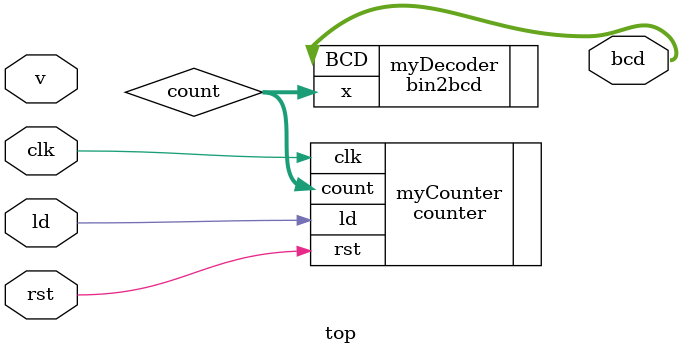
<source format=sv>
module top #(
    parameter WIDTH = 8
) (
    input logic clk,
    input logic rst,
    input logic ld,
    input logic [WIDTH-1:0] v,
    output logic [11:0] bcd
);
    logic [WIDTH-1:0] count;

    counter myCounter (
        .clk(clk),
        .rst(rst),
        .ld(ld),
        .count(count)
    );

    bin2bcd myDecoder (
        .x(count),
        .BCD(bcd)
    );
endmodule
</source>
